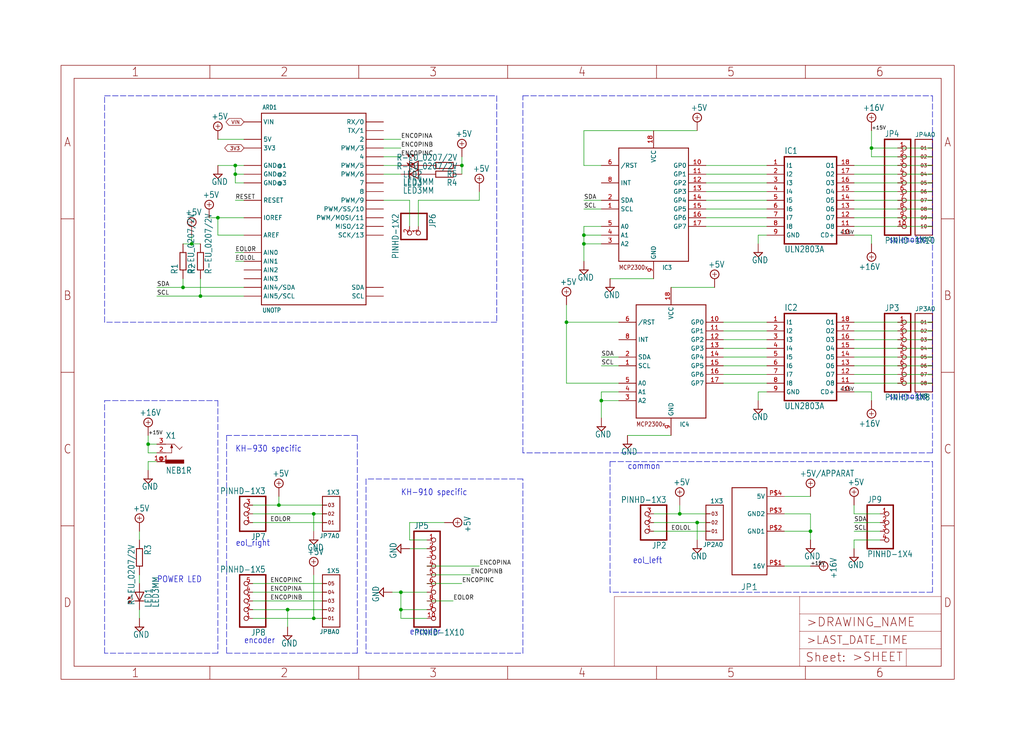
<source format=kicad_sch>
(kicad_sch (version 20211123) (generator eeschema)
  (paper "User" 298.45 217.881)
  (lib_symbols
    (symbol "arduino_shield-eagle-import:+15V" (power)
      (property "Value" "+15V" (at -2.54 3.175 0))
      (symbol "+15V_1_0"
        (pin power_in line (at 0 -2.54 90) (length 2.54) (name "+15V") (number "1"))
      )
    )
    (symbol "arduino_shield-eagle-import:+5V" (power)
      (property "Value" "+5V" (at -1.905 3.175 0))
      (symbol "+5V_1_0"
        (pin power_in line (at 0 -2.54 90) (length 2.54) (name "+5V") (number "1"))
      )
    )
    (symbol "arduino_shield-eagle-import:+5V{slash}1" (power)
      (property "Value" "+5V{slash}1" (at -3.175 3.175 0))
      (symbol "+5V{slash}1_1_0"
        (pin power_in line (at 0 -2.54 90) (length 2.54) (name "+5V/1") (number "1"))
      )
    )
    (symbol "arduino_shield-eagle-import:1X10"
      (property "Value" "1X10" (at -2.54 -14.605 0))
      (symbol "1X10_1_0"
        (text "01" (at 0 12.7 0) (effects (font (size 1.016 1.016))))
        (text "02" (at 0 10.16 0) (effects (font (size 1.016 1.016))))
        (text "03" (at 0 7.62 0) (effects (font (size 1.016 1.016))))
        (text "04" (at 0 5.08 0) (effects (font (size 1.016 1.016))))
        (text "05" (at 0 2.54 0) (effects (font (size 1.016 1.016))))
        (text "06" (at 0 0 0) (effects (font (size 1.016 1.016))))
        (text "07" (at 0 -2.54 0) (effects (font (size 1.016 1.016))))
        (text "08" (at 0 -5.08 0) (effects (font (size 1.016 1.016))))
        (text "09" (at 0 -7.62 0) (effects (font (size 1.016 1.016))))
        (text "10" (at 0 -10.16 0) (effects (font (size 1.016 1.016))))
        (pin bidirectional line (at 2.54 12.7 180) (length 0) (name "1") (number "1"))
        (pin bidirectional line (at 2.54 -10.16 180) (length 0) (name "10") (number "10"))
        (pin bidirectional line (at 2.54 10.16 180) (length 0) (name "2") (number "2"))
        (pin bidirectional line (at 2.54 7.62 180) (length 0) (name "3") (number "3"))
        (pin bidirectional line (at 2.54 5.08 180) (length 0) (name "4") (number "4"))
        (pin bidirectional line (at 2.54 2.54 180) (length 0) (name "5") (number "5"))
        (pin bidirectional line (at 2.54 0 180) (length 0) (name "6") (number "6"))
        (pin bidirectional line (at 2.54 -2.54 180) (length 0) (name "7") (number "7"))
        (pin bidirectional line (at 2.54 -5.08 180) (length 0) (name "8") (number "8"))
        (pin bidirectional line (at 2.54 -7.62 180) (length 0) (name "9") (number "9"))
      )
    )
    (symbol "arduino_shield-eagle-import:1X3"
      (property "Value" "1X3" (at -2.54 -6.985 0))
      (symbol "1X3_1_0"
        (text "01" (at 0 2.54 0) (effects (font (size 1.016 1.016))))
        (text "02" (at 0 0 0) (effects (font (size 1.016 1.016))))
        (text "03" (at 0 -2.54 0) (effects (font (size 1.016 1.016))))
        (pin bidirectional line (at 2.54 2.54 180) (length 0) (name "1") (number "1"))
        (pin bidirectional line (at 2.54 0 180) (length 0) (name "2") (number "2"))
        (pin bidirectional line (at 2.54 -2.54 180) (length 0) (name "3") (number "3"))
      )
    )
    (symbol "arduino_shield-eagle-import:1X5"
      (property "Value" "1X5" (at -2.54 -9.525 0))
      (symbol "1X5_1_0"
        (text "01" (at 0 5.08 0) (effects (font (size 1.016 1.016))))
        (text "02" (at 0 2.54 0) (effects (font (size 1.016 1.016))))
        (text "03" (at 0 0 0) (effects (font (size 1.016 1.016))))
        (text "04" (at 0 -2.54 0) (effects (font (size 1.016 1.016))))
        (text "05" (at 0 -5.08 0) (effects (font (size 1.016 1.016))))
        (pin bidirectional line (at 2.54 5.08 180) (length 0) (name "1") (number "1"))
        (pin bidirectional line (at 2.54 2.54 180) (length 0) (name "2") (number "2"))
        (pin bidirectional line (at 2.54 0 180) (length 0) (name "3") (number "3"))
        (pin bidirectional line (at 2.54 -2.54 180) (length 0) (name "4") (number "4"))
        (pin bidirectional line (at 2.54 -5.08 180) (length 0) (name "5") (number "5"))
      )
    )
    (symbol "arduino_shield-eagle-import:1X8"
      (property "Value" "1X8" (at -2.54 -12.065 0))
      (symbol "1X8_1_0"
        (text "01" (at 0 10.16 0) (effects (font (size 1.016 1.016))))
        (text "02" (at 0 7.62 0) (effects (font (size 1.016 1.016))))
        (text "03" (at 0 5.08 0) (effects (font (size 1.016 1.016))))
        (text "04" (at 0 2.54 0) (effects (font (size 1.016 1.016))))
        (text "05" (at 0 0 0) (effects (font (size 1.016 1.016))))
        (text "06" (at 0 -2.54 0) (effects (font (size 1.016 1.016))))
        (text "07" (at 0 -5.08 0) (effects (font (size 1.016 1.016))))
        (text "08" (at 0 -7.62 0) (effects (font (size 1.016 1.016))))
        (pin bidirectional line (at 2.54 10.16 180) (length 0) (name "1") (number "1"))
        (pin bidirectional line (at 2.54 7.62 180) (length 0) (name "2") (number "2"))
        (pin bidirectional line (at 2.54 5.08 180) (length 0) (name "3") (number "3"))
        (pin bidirectional line (at 2.54 2.54 180) (length 0) (name "4") (number "4"))
        (pin bidirectional line (at 2.54 0 180) (length 0) (name "5") (number "5"))
        (pin bidirectional line (at 2.54 -2.54 180) (length 0) (name "6") (number "6"))
        (pin bidirectional line (at 2.54 -5.08 180) (length 0) (name "7") (number "7"))
        (pin bidirectional line (at 2.54 -7.62 180) (length 0) (name "8") (number "8"))
      )
    )
    (symbol "arduino_shield-eagle-import:A4L-LOC"
      (symbol "A4L-LOC_1_0"
        (text "1" (at 21.6958 1.905 0) (effects (font (size 2.54 2.286))))
        (text "1" (at 21.6958 177.165 0) (effects (font (size 2.54 2.286))))
        (text "2" (at 65.0875 1.905 0) (effects (font (size 2.54 2.286))))
        (text "2" (at 65.0875 177.165 0) (effects (font (size 2.54 2.286))))
        (text "3" (at 108.4792 1.905 0) (effects (font (size 2.54 2.286))))
        (text "3" (at 108.4792 177.165 0) (effects (font (size 2.54 2.286))))
        (text "4" (at 151.8708 1.905 0) (effects (font (size 2.54 2.286))))
        (text "4" (at 151.8708 177.165 0) (effects (font (size 2.54 2.286))))
        (text "5" (at 195.2625 1.905 0) (effects (font (size 2.54 2.286))))
        (text "5" (at 195.2625 177.165 0) (effects (font (size 2.54 2.286))))
        (text "6" (at 238.6542 1.905 0) (effects (font (size 2.54 2.286))))
        (text "6" (at 238.6542 177.165 0) (effects (font (size 2.54 2.286))))
        (text ">DRAWING_NAME" (at 217.17 15.24 0) (effects (font (size 2.54 2.54)) (justify left bottom)))
        (text ">LAST_DATE_TIME" (at 217.17 10.16 0) (effects (font (size 2.286 2.286)) (justify left bottom)))
        (text ">SHEET" (at 230.505 5.08 0) (effects (font (size 2.54 2.54)) (justify left bottom)))
        (text "A" (at 1.905 156.6863 0) (effects (font (size 2.54 2.286))))
        (text "A" (at 258.445 156.6863 0) (effects (font (size 2.54 2.286))))
        (text "B" (at 1.905 111.9188 0) (effects (font (size 2.54 2.286))))
        (text "B" (at 258.445 111.9188 0) (effects (font (size 2.54 2.286))))
        (text "C" (at 1.905 67.1513 0) (effects (font (size 2.54 2.286))))
        (text "C" (at 258.445 67.1513 0) (effects (font (size 2.54 2.286))))
        (text "D" (at 1.905 22.3838 0) (effects (font (size 2.54 2.286))))
        (text "D" (at 258.445 22.3838 0) (effects (font (size 2.54 2.286))))
        (text "Sheet:" (at 216.916 4.953 0) (effects (font (size 2.54 2.54)) (justify left bottom)))
      )
    )
    (symbol "arduino_shield-eagle-import:GND" (power)
      (property "Value" "GND" (at -1.905 -3.175 0))
      (symbol "GND_1_0"
        (pin power_in line (at 0 2.54 270) (length 2.54) (name "GND") (number "1"))
      )
    )
    (symbol "arduino_shield-eagle-import:LED3MM"
      (property "Reference" "LED" (at 3.556 -4.572 90))
      (property "Value" "LED3MM" (at 5.715 -4.572 90))
      (symbol "LED3MM_1_0"
        (pin passive line (at 0 2.54 270) (length 2.54) (name "A") (number "A"))
        (pin passive line (at 0 -5.08 90) (length 2.54) (name "C") (number "K"))
      )
    )
    (symbol "arduino_shield-eagle-import:MCP2300X{slash}P"
      (property "Reference" "IC" (at 2.54 -20.32 0))
      (symbol "MCP2300X{slash}P_1_0"
        (text "MCP2300x" (at -10.16 -20.32 0) (effects (font (size 1.27 1.0795)) (justify left bottom)))
        (pin bidirectional line (at -15.24 -2.54 0) (length 5.08) (name "SCL") (number "1"))
        (pin bidirectional line (at 15.24 10.16 180) (length 5.08) (name "GP0") (number "10"))
        (pin bidirectional line (at 15.24 7.62 180) (length 5.08) (name "GP1") (number "11"))
        (pin bidirectional line (at 15.24 5.08 180) (length 5.08) (name "GP2") (number "12"))
        (pin bidirectional line (at 15.24 2.54 180) (length 5.08) (name "GP3") (number "13"))
        (pin bidirectional line (at 15.24 0 180) (length 5.08) (name "GP4") (number "14"))
        (pin bidirectional line (at 15.24 -2.54 180) (length 5.08) (name "GP5") (number "15"))
        (pin bidirectional line (at 15.24 -5.08 180) (length 5.08) (name "GP6") (number "16"))
        (pin bidirectional line (at 15.24 -7.62 180) (length 5.08) (name "GP7") (number "17"))
        (pin power_in line (at 0 20.32 270) (length 5.08) (name "VCC") (number "18"))
        (pin bidirectional line (at -15.24 0 0) (length 5.08) (name "SDA") (number "2"))
        (pin input line (at -15.24 -12.7 0) (length 5.08) (name "A2") (number "3"))
        (pin input line (at -15.24 -10.16 0) (length 5.08) (name "A1") (number "4"))
        (pin input line (at -15.24 -7.62 0) (length 5.08) (name "A0") (number "5"))
        (pin input line (at -15.24 10.16 0) (length 5.08) (name "/RST") (number "6"))
        (pin output line (at -15.24 5.08 0) (length 5.08) (name "INT") (number "8"))
        (pin power_in line (at 0 -22.86 90) (length 5.08) (name "GND") (number "9"))
      )
    )
    (symbol "arduino_shield-eagle-import:NEB1R"
      (property "Reference" "X" (at -2.54 4.064 0))
      (property "Value" "NEB1R" (at -2.54 -6.096 0))
      (symbol "NEB1R_1_0"
        (pin passive line (at -5.08 -2.54 0) (length 2.54) (name "1@1") (number "1@1"))
        (pin passive line (at -2.54 -2.54 180) (length 2.54) (name "1@2") (number "1@2"))
        (pin passive line (at -5.08 0 0) (length 2.54) (name "2") (number "2"))
        (pin passive line (at -5.08 2.54 0) (length 2.54) (name "3") (number "3"))
      )
    )
    (symbol "arduino_shield-eagle-import:PINHD-1X10"
      (property "Reference" "JP" (at -6.35 13.335 0))
      (property "Value" "PINHD-1X10" (at -6.35 -17.78 0))
      (symbol "PINHD-1X10_1_0"
        (pin passive inverted (at -2.54 10.16 0) (length 2.54) (name "1") (number "1"))
        (pin passive inverted (at -2.54 -12.7 0) (length 2.54) (name "10") (number "10"))
        (pin passive inverted (at -2.54 7.62 0) (length 2.54) (name "2") (number "2"))
        (pin passive inverted (at -2.54 5.08 0) (length 2.54) (name "3") (number "3"))
        (pin passive inverted (at -2.54 2.54 0) (length 2.54) (name "4") (number "4"))
        (pin passive inverted (at -2.54 0 0) (length 2.54) (name "5") (number "5"))
        (pin passive inverted (at -2.54 -2.54 0) (length 2.54) (name "6") (number "6"))
        (pin passive inverted (at -2.54 -5.08 0) (length 2.54) (name "7") (number "7"))
        (pin passive inverted (at -2.54 -7.62 0) (length 2.54) (name "8") (number "8"))
        (pin passive inverted (at -2.54 -10.16 0) (length 2.54) (name "9") (number "9"))
      )
    )
    (symbol "arduino_shield-eagle-import:PINHD-1X2"
      (property "Reference" "JP" (at -6.35 5.715 0))
      (property "Value" "PINHD-1X2" (at -6.35 -5.08 0))
      (symbol "PINHD-1X2_1_0"
        (pin passive inverted (at -2.54 2.54 0) (length 2.54) (name "1") (number "1"))
        (pin passive inverted (at -2.54 0 0) (length 2.54) (name "2") (number "2"))
      )
    )
    (symbol "arduino_shield-eagle-import:PINHD-1X3"
      (property "Reference" "JP" (at -6.35 5.715 0))
      (property "Value" "PINHD-1X3" (at -6.35 -7.62 0))
      (symbol "PINHD-1X3_1_0"
        (pin passive inverted (at -2.54 2.54 0) (length 2.54) (name "1") (number "1"))
        (pin passive inverted (at -2.54 0 0) (length 2.54) (name "2") (number "2"))
        (pin passive inverted (at -2.54 -2.54 0) (length 2.54) (name "3") (number "3"))
      )
    )
    (symbol "arduino_shield-eagle-import:PINHD-1X4"
      (property "Reference" "JP" (at -6.35 8.255 0))
      (property "Value" "PINHD-1X4" (at -6.35 -7.62 0))
      (symbol "PINHD-1X4_1_0"
        (pin passive inverted (at -2.54 5.08 0) (length 2.54) (name "1") (number "1"))
        (pin passive inverted (at -2.54 2.54 0) (length 2.54) (name "2") (number "2"))
        (pin passive inverted (at -2.54 0 0) (length 2.54) (name "3") (number "3"))
        (pin passive inverted (at -2.54 -2.54 0) (length 2.54) (name "4") (number "4"))
      )
    )
    (symbol "arduino_shield-eagle-import:PINHD-1X5"
      (property "Reference" "JP" (at -6.35 8.255 0))
      (property "Value" "PINHD-1X5" (at -6.35 -10.16 0))
      (symbol "PINHD-1X5_1_0"
        (pin passive inverted (at -2.54 5.08 0) (length 2.54) (name "1") (number "1"))
        (pin passive inverted (at -2.54 2.54 0) (length 2.54) (name "2") (number "2"))
        (pin passive inverted (at -2.54 0 0) (length 2.54) (name "3") (number "3"))
        (pin passive inverted (at -2.54 -2.54 0) (length 2.54) (name "4") (number "4"))
        (pin passive inverted (at -2.54 -5.08 0) (length 2.54) (name "5") (number "5"))
      )
    )
    (symbol "arduino_shield-eagle-import:PINHD-1X8"
      (property "Reference" "JP" (at -6.35 13.335 0))
      (property "Value" "PINHD-1X8" (at -6.35 -12.7 0))
      (symbol "PINHD-1X8_1_0"
        (pin passive inverted (at -2.54 10.16 0) (length 2.54) (name "1") (number "1"))
        (pin passive inverted (at -2.54 7.62 0) (length 2.54) (name "2") (number "2"))
        (pin passive inverted (at -2.54 5.08 0) (length 2.54) (name "3") (number "3"))
        (pin passive inverted (at -2.54 2.54 0) (length 2.54) (name "4") (number "4"))
        (pin passive inverted (at -2.54 0 0) (length 2.54) (name "5") (number "5"))
        (pin passive inverted (at -2.54 -2.54 0) (length 2.54) (name "6") (number "6"))
        (pin passive inverted (at -2.54 -5.08 0) (length 2.54) (name "7") (number "7"))
        (pin passive inverted (at -2.54 -7.62 0) (length 2.54) (name "8") (number "8"))
      )
    )
    (symbol "arduino_shield-eagle-import:POWERCON"
      (symbol "POWERCON_1_0"
        (pin power_in line (at -5.08 0 90) (length 5.08) (name "16V") (number "P$1"))
        (pin power_in line (at 5.08 0 90) (length 5.08) (name "GND1") (number "P$2"))
        (pin power_in line (at 10.16 0 90) (length 5.08) (name "GND2") (number "P$3"))
        (pin power_in line (at 15.24 0 90) (length 5.08) (name "5V") (number "P$4"))
      )
    )
    (symbol "arduino_shield-eagle-import:R-EU_0207{slash}2V"
      (property "Reference" "R" (at -3.81 1.4986 0))
      (property "Value" "R-EU_0207{slash}2V" (at -3.81 -3.302 0))
      (symbol "R-EU_0207{slash}2V_1_0"
        (pin passive line (at -5.08 0 0) (length 2.54) (name "1") (number "1"))
        (pin passive line (at 5.08 0 180) (length 2.54) (name "2") (number "2"))
      )
    )
    (symbol "arduino_shield-eagle-import:ULN2803A"
      (property "Reference" "IC" (at -7.62 13.462 0))
      (property "Value" "ULN2803A" (at -7.62 -15.24 0))
      (symbol "ULN2803A_1_0"
        (pin input line (at -12.7 10.16 0) (length 5.08) (name "I1") (number "1"))
        (pin passive line (at 12.7 -10.16 180) (length 5.08) (name "CD+") (number "10"))
        (pin open_collector line (at 12.7 -7.62 180) (length 5.08) (name "O8") (number "11"))
        (pin open_collector line (at 12.7 -5.08 180) (length 5.08) (name "O7") (number "12"))
        (pin open_collector line (at 12.7 -2.54 180) (length 5.08) (name "O6") (number "13"))
        (pin open_collector line (at 12.7 0 180) (length 5.08) (name "O5") (number "14"))
        (pin open_collector line (at 12.7 2.54 180) (length 5.08) (name "O4") (number "15"))
        (pin open_collector line (at 12.7 5.08 180) (length 5.08) (name "O3") (number "16"))
        (pin open_collector line (at 12.7 7.62 180) (length 5.08) (name "O2") (number "17"))
        (pin open_collector line (at 12.7 10.16 180) (length 5.08) (name "O1") (number "18"))
        (pin input line (at -12.7 7.62 0) (length 5.08) (name "I2") (number "2"))
        (pin input line (at -12.7 5.08 0) (length 5.08) (name "I3") (number "3"))
        (pin input line (at -12.7 2.54 0) (length 5.08) (name "I4") (number "4"))
        (pin input line (at -12.7 0 0) (length 5.08) (name "I5") (number "5"))
        (pin input line (at -12.7 -2.54 0) (length 5.08) (name "I6") (number "6"))
        (pin input line (at -12.7 -5.08 0) (length 5.08) (name "I7") (number "7"))
        (pin input line (at -12.7 -7.62 0) (length 5.08) (name "I8") (number "8"))
        (pin power_in line (at -12.7 -10.16 0) (length 5.08) (name "GND") (number "9"))
      )
    )
    (symbol "arduino_shield-eagle-import:UNOTP"
      (property "Reference" "ARD" (at -14.986 28.956 0))
      (property "Value" "UNOTP" (at -14.986 -30.226 0))
      (symbol "UNOTP_1_0"
        (pin bidirectional line (at 20.32 25.4 180) (length 5.08) (name "RX/0") (number "0"))
        (pin bidirectional line (at 20.32 22.86 180) (length 5.08) (name "TX/1") (number "1"))
        (pin bidirectional line (at 20.32 0 180) (length 5.08) (name "PWM/SS/10") (number "10"))
        (pin bidirectional line (at 20.32 -2.54 180) (length 5.08) (name "PWM/MOSI/11") (number "11"))
        (pin bidirectional line (at 20.32 -5.08 180) (length 5.08) (name "MISO/12") (number "12"))
        (pin bidirectional line (at 20.32 -7.62 180) (length 5.08) (name "SCK/13") (number "13"))
        (pin bidirectional line (at 20.32 20.32 180) (length 5.08) (name "2") (number "2"))
        (pin bidirectional line (at 20.32 17.78 180) (length 5.08) (name "PWM/3") (number "3"))
        (pin power_in line (at -20.32 17.78 0) (length 5.08) (name "3V3") (number "3V3"))
        (pin bidirectional line (at 20.32 15.24 180) (length 5.08) (name "4") (number "4"))
        (pin bidirectional line (at 20.32 12.7 180) (length 5.08) (name "PWM/5") (number "5"))
        (pin power_in line (at -20.32 20.32 0) (length 5.08) (name "5V") (number "5V"))
        (pin bidirectional line (at 20.32 10.16 180) (length 5.08) (name "PWM/6") (number "6"))
        (pin bidirectional line (at 20.32 7.62 180) (length 5.08) (name "7") (number "7"))
        (pin bidirectional line (at 20.32 5.08 180) (length 5.08) (name "8") (number "8"))
        (pin bidirectional line (at 20.32 2.54 180) (length 5.08) (name "PWM/9") (number "9"))
        (pin bidirectional line (at -20.32 -12.7 0) (length 5.08) (name "AIN0") (number "AIN0"))
        (pin bidirectional line (at -20.32 -15.24 0) (length 5.08) (name "AIN1") (number "AIN1"))
        (pin bidirectional line (at -20.32 -17.78 0) (length 5.08) (name "AIN2") (number "AIN2"))
        (pin bidirectional line (at -20.32 -20.32 0) (length 5.08) (name "AIN3") (number "AIN3"))
        (pin bidirectional line (at -20.32 -22.86 0) (length 5.08) (name "AIN4/SDA") (number "AIN4"))
        (pin bidirectional line (at -20.32 -25.4 0) (length 5.08) (name "AIN5/SCL") (number "AIN5"))
        (pin power_in line (at -20.32 -7.62 0) (length 5.08) (name "AREF") (number "AREF"))
        (pin power_in line (at -20.32 12.7 0) (length 5.08) (name "GND@1") (number "GND@1"))
        (pin power_in line (at -20.32 10.16 0) (length 5.08) (name "GND@2") (number "GND@2"))
        (pin power_in line (at -20.32 7.62 0) (length 5.08) (name "GND@3") (number "GND@3"))
        (pin power_in line (at -20.32 -2.54 0) (length 5.08) (name "IOREF") (number "IOREF"))
        (pin bidirectional line (at -20.32 2.54 0) (length 5.08) (name "RESET") (number "RST"))
        (pin bidirectional line (at 20.32 -25.4 180) (length 5.08) (name "SCL") (number "SCL"))
        (pin bidirectional line (at 20.32 -22.86 180) (length 5.08) (name "SDA") (number "SDA"))
        (pin power_in line (at -20.32 25.4 0) (length 5.08) (name "VIN") (number "VIN"))
      )
    )
  )
  (junction (at 63.5 63.5))
  (junction (at 53.34 83.82))
  (junction (at 134.62 48.26))
  (junction (at 165.1 93.98))
  (junction (at 175.26 116.84))
  (junction (at 81.28 147.32))
  (junction (at 236.22 154.94))
  (junction (at 116.84 172.72))
  (junction (at 55.88 71.12))
  (junction (at 170.18 68.58))
  (junction (at 116.84 177.8))
  (junction (at 68.58 50.8))
  (junction (at 83.82 177.8))
  (junction (at 58.42 86.36))
  (junction (at 43.18 129.54))
  (junction (at 198.12 149.86))
  (junction (at 203.2 152.4))
  (junction (at 91.44 180.34))
  (junction (at 68.58 48.26))
  (junction (at 91.44 149.86))
  (junction (at 254 43.18))
  (junction (at 170.18 71.12))
  (polyline (pts (xy 66.04 127) (xy 66.04 190.5)))
  (wire (pts (xy 248.92 96.52) (xy 261.62 96.52)))
  (wire (pts (xy 223.52 58.42) (xy 205.74 58.42)))
  (wire (pts (xy 177.8 81.28) (xy 190.5 81.28)))
  (wire (pts (xy 210.82 99.06) (xy 223.52 99.06)))
  (wire (pts (xy 271.78 50.8) (xy 261.62 50.8)))
  (wire (pts (xy 119.38 157.48) (xy 119.38 152.4)))
  (wire (pts (xy 40.64 177.8) (xy 40.64 180.34)))
  (wire (pts (xy 261.62 58.42) (xy 248.92 58.42)))
  (wire (pts (xy 248.92 106.68) (xy 261.62 106.68)))
  (wire (pts (xy 271.78 99.06) (xy 261.62 99.06)))
  (wire (pts (xy 271.78 66.04) (xy 261.62 66.04)))
  (wire (pts (xy 205.74 154.94) (xy 190.5 154.94)))
  (wire (pts (xy 180.34 114.3) (xy 175.26 114.3)))
  (wire (pts (xy 271.78 111.76) (xy 261.62 111.76)))
  (wire (pts (xy 71.12 68.58) (xy 63.5 68.58)))
  (wire (pts (xy 43.18 129.54) (xy 45.72 129.54)))
  (wire (pts (xy 53.34 81.28) (xy 53.34 83.82)))
  (wire (pts (xy 180.34 106.68) (xy 175.26 106.68)))
  (wire (pts (xy 203.2 152.4) (xy 203.2 157.48)))
  (polyline (pts (xy 63.5 116.84) (xy 63.5 190.5)))
  (wire (pts (xy 223.52 101.6) (xy 210.82 101.6)))
  (polyline (pts (xy 106.68 139.7) (xy 106.68 190.5)))
  (wire (pts (xy 63.5 68.58) (xy 63.5 63.5)))
  (wire (pts (xy 248.92 68.58) (xy 254 68.58)))
  (wire (pts (xy 254 68.58) (xy 254 71.12)))
  (wire (pts (xy 40.64 170.18) (xy 40.64 167.64)))
  (wire (pts (xy 71.12 76.2) (xy 68.58 76.2)))
  (polyline (pts (xy 271.78 134.62) (xy 271.78 172.72)))
  (wire (pts (xy 205.74 55.88) (xy 223.52 55.88)))
  (wire (pts (xy 271.78 96.52) (xy 261.62 96.52)))
  (wire (pts (xy 124.46 167.64) (xy 137.16 167.64)))
  (wire (pts (xy 93.98 175.26) (xy 73.66 175.26)))
  (wire (pts (xy 261.62 109.22) (xy 248.92 109.22)))
  (wire (pts (xy 236.22 165.1) (xy 228.6 165.1)))
  (wire (pts (xy 190.5 38.1) (xy 203.2 38.1)))
  (wire (pts (xy 256.54 149.86) (xy 248.92 149.86)))
  (polyline (pts (xy 30.48 27.94) (xy 144.78 27.94)))
  (wire (pts (xy 73.66 152.4) (xy 93.98 152.4)))
  (wire (pts (xy 271.78 53.34) (xy 261.62 53.34)))
  (wire (pts (xy 71.12 86.36) (xy 58.42 86.36)))
  (wire (pts (xy 208.28 83.82) (xy 195.58 83.82)))
  (wire (pts (xy 71.12 53.34) (xy 68.58 53.34)))
  (wire (pts (xy 248.92 55.88) (xy 261.62 55.88)))
  (polyline (pts (xy 30.48 190.5) (xy 30.48 116.84)))
  (wire (pts (xy 271.78 58.42) (xy 261.62 58.42)))
  (wire (pts (xy 254 43.18) (xy 254 45.72)))
  (wire (pts (xy 271.78 55.88) (xy 261.62 55.88)))
  (wire (pts (xy 71.12 48.26) (xy 68.58 48.26)))
  (wire (pts (xy 175.26 71.12) (xy 170.18 71.12)))
  (wire (pts (xy 190.5 38.1) (xy 170.18 38.1)))
  (polyline (pts (xy 152.4 139.7) (xy 106.68 139.7)))
  (wire (pts (xy 165.1 93.98) (xy 165.1 111.76)))
  (wire (pts (xy 170.18 38.1) (xy 170.18 48.26)))
  (wire (pts (xy 124.46 177.8) (xy 116.84 177.8)))
  (wire (pts (xy 43.18 127) (xy 43.18 129.54)))
  (wire (pts (xy 210.82 109.22) (xy 223.52 109.22)))
  (wire (pts (xy 111.76 43.18) (xy 116.84 43.18)))
  (wire (pts (xy 271.78 48.26) (xy 261.62 48.26)))
  (wire (pts (xy 111.76 48.26) (xy 116.84 48.26)))
  (wire (pts (xy 223.52 96.52) (xy 210.82 96.52)))
  (wire (pts (xy 256.54 154.94) (xy 248.92 154.94)))
  (wire (pts (xy 58.42 86.36) (xy 45.72 86.36)))
  (wire (pts (xy 58.42 81.28) (xy 58.42 86.36)))
  (wire (pts (xy 116.84 180.34) (xy 124.46 180.34)))
  (wire (pts (xy 248.92 101.6) (xy 261.62 101.6)))
  (wire (pts (xy 271.78 104.14) (xy 261.62 104.14)))
  (polyline (pts (xy 177.8 172.72) (xy 177.8 134.62)))
  (wire (pts (xy 170.18 71.12) (xy 170.18 76.2)))
  (wire (pts (xy 119.38 152.4) (xy 129.54 152.4)))
  (wire (pts (xy 261.62 48.26) (xy 248.92 48.26)))
  (wire (pts (xy 261.62 63.5) (xy 248.92 63.5)))
  (wire (pts (xy 45.72 132.08) (xy 43.18 132.08)))
  (wire (pts (xy 165.1 88.9) (xy 165.1 93.98)))
  (wire (pts (xy 55.88 71.12) (xy 53.34 71.12)))
  (wire (pts (xy 93.98 147.32) (xy 81.28 147.32)))
  (wire (pts (xy 198.12 149.86) (xy 198.12 147.32)))
  (wire (pts (xy 73.66 147.32) (xy 81.28 147.32)))
  (wire (pts (xy 170.18 66.04) (xy 170.18 68.58)))
  (wire (pts (xy 271.78 60.96) (xy 261.62 60.96)))
  (wire (pts (xy 223.52 53.34) (xy 205.74 53.34)))
  (polyline (pts (xy 63.5 190.5) (xy 30.48 190.5)))
  (wire (pts (xy 271.78 101.6) (xy 261.62 101.6)))
  (wire (pts (xy 271.78 43.18) (xy 261.62 43.18)))
  (wire (pts (xy 45.72 134.62) (xy 43.18 134.62)))
  (wire (pts (xy 93.98 177.8) (xy 83.82 177.8)))
  (wire (pts (xy 210.82 111.76) (xy 223.52 111.76)))
  (wire (pts (xy 71.12 83.82) (xy 53.34 83.82)))
  (wire (pts (xy 261.62 53.34) (xy 248.92 53.34)))
  (wire (pts (xy 71.12 73.66) (xy 68.58 73.66)))
  (polyline (pts (xy 144.78 27.94) (xy 144.78 93.98)))
  (wire (pts (xy 205.74 149.86) (xy 198.12 149.86)))
  (wire (pts (xy 248.92 93.98) (xy 261.62 93.98)))
  (wire (pts (xy 180.34 104.14) (xy 175.26 104.14)))
  (wire (pts (xy 254 114.3) (xy 254 116.84)))
  (polyline (pts (xy 271.78 132.08) (xy 152.4 132.08)))
  (wire (pts (xy 91.44 149.86) (xy 93.98 149.86)))
  (wire (pts (xy 111.76 45.72) (xy 116.84 45.72)))
  (wire (pts (xy 261.62 43.18) (xy 254 43.18)))
  (wire (pts (xy 205.74 50.8) (xy 223.52 50.8)))
  (wire (pts (xy 271.78 109.22) (xy 261.62 109.22)))
  (polyline (pts (xy 177.8 134.62) (xy 271.78 134.62)))
  (wire (pts (xy 175.26 60.96) (xy 170.18 60.96)))
  (wire (pts (xy 205.74 66.04) (xy 223.52 66.04)))
  (wire (pts (xy 236.22 149.86) (xy 236.22 154.94)))
  (wire (pts (xy 165.1 111.76) (xy 180.34 111.76)))
  (polyline (pts (xy 30.48 93.98) (xy 30.48 27.94)))
  (wire (pts (xy 205.74 60.96) (xy 223.52 60.96)))
  (wire (pts (xy 175.26 114.3) (xy 175.26 116.84)))
  (wire (pts (xy 210.82 104.14) (xy 223.52 104.14)))
  (wire (pts (xy 73.66 170.18) (xy 93.98 170.18)))
  (wire (pts (xy 256.54 157.48) (xy 248.92 157.48)))
  (wire (pts (xy 124.46 165.1) (xy 139.7 165.1)))
  (wire (pts (xy 248.92 149.86) (xy 248.92 147.32)))
  (wire (pts (xy 73.66 172.72) (xy 93.98 172.72)))
  (wire (pts (xy 248.92 50.8) (xy 261.62 50.8)))
  (wire (pts (xy 124.46 170.18) (xy 134.62 170.18)))
  (wire (pts (xy 248.92 99.06) (xy 261.62 99.06)))
  (wire (pts (xy 58.42 71.12) (xy 55.88 71.12)))
  (wire (pts (xy 68.58 48.26) (xy 68.58 50.8)))
  (polyline (pts (xy 30.48 116.84) (xy 63.5 116.84)))
  (wire (pts (xy 121.92 58.42) (xy 139.7 58.42)))
  (wire (pts (xy 248.92 111.76) (xy 261.62 111.76)))
  (wire (pts (xy 121.92 58.42) (xy 121.92 66.04)))
  (wire (pts (xy 63.5 63.5) (xy 60.96 63.5)))
  (wire (pts (xy 71.12 58.42) (xy 68.58 58.42)))
  (wire (pts (xy 91.44 180.34) (xy 73.66 180.34)))
  (wire (pts (xy 248.92 114.3) (xy 254 114.3)))
  (wire (pts (xy 175.26 116.84) (xy 175.26 121.92)))
  (wire (pts (xy 116.84 172.72) (xy 114.3 172.72)))
  (wire (pts (xy 220.98 114.3) (xy 220.98 116.84)))
  (wire (pts (xy 68.58 50.8) (xy 68.58 53.34)))
  (wire (pts (xy 271.78 63.5) (xy 261.62 63.5)))
  (wire (pts (xy 43.18 134.62) (xy 43.18 137.16)))
  (wire (pts (xy 220.98 68.58) (xy 220.98 71.12)))
  (wire (pts (xy 228.6 149.86) (xy 236.22 149.86)))
  (wire (pts (xy 175.26 68.58) (xy 170.18 68.58)))
  (wire (pts (xy 116.84 177.8) (xy 116.84 180.34)))
  (wire (pts (xy 71.12 63.5) (xy 63.5 63.5)))
  (polyline (pts (xy 104.14 190.5) (xy 104.14 127)))
  (wire (pts (xy 71.12 50.8) (xy 68.58 50.8)))
  (wire (pts (xy 111.76 58.42) (xy 119.38 58.42)))
  (wire (pts (xy 116.84 177.8) (xy 116.84 172.72)))
  (wire (pts (xy 223.52 68.58) (xy 220.98 68.58)))
  (wire (pts (xy 256.54 152.4) (xy 248.92 152.4)))
  (polyline (pts (xy 152.4 27.94) (xy 271.78 27.94)))
  (polyline (pts (xy 271.78 172.72) (xy 177.8 172.72)))
  (wire (pts (xy 271.78 106.68) (xy 261.62 106.68)))
  (wire (pts (xy 223.52 63.5) (xy 205.74 63.5)))
  (polyline (pts (xy 152.4 190.5) (xy 152.4 139.7)))
  (wire (pts (xy 83.82 177.8) (xy 73.66 177.8)))
  (wire (pts (xy 190.5 149.86) (xy 198.12 149.86)))
  (wire (pts (xy 73.66 149.86) (xy 91.44 149.86)))
  (wire (pts (xy 119.38 58.42) (xy 119.38 66.04)))
  (wire (pts (xy 124.46 160.02) (xy 119.38 160.02)))
  (wire (pts (xy 139.7 58.42) (xy 139.7 55.88)))
  (wire (pts (xy 236.22 157.48) (xy 236.22 154.94)))
  (wire (pts (xy 180.34 116.84) (xy 175.26 116.84)))
  (wire (pts (xy 124.46 172.72) (xy 116.84 172.72)))
  (wire (pts (xy 55.88 68.58) (xy 55.88 71.12)))
  (wire (pts (xy 71.12 40.64) (xy 63.5 40.64)))
  (wire (pts (xy 254 38.1) (xy 254 43.18)))
  (wire (pts (xy 175.26 66.04) (xy 170.18 66.04)))
  (wire (pts (xy 124.46 157.48) (xy 119.38 157.48)))
  (polyline (pts (xy 104.14 127) (xy 66.04 127)))
  (wire (pts (xy 134.62 48.26) (xy 134.62 50.8)))
  (wire (pts (xy 40.64 157.48) (xy 40.64 154.94)))
  (wire (pts (xy 271.78 45.72) (xy 261.62 45.72)))
  (wire (pts (xy 53.34 83.82) (xy 45.72 83.82)))
  (wire (pts (xy 203.2 152.4) (xy 205.74 152.4)))
  (polyline (pts (xy 66.04 190.5) (xy 104.14 190.5)))
  (wire (pts (xy 124.46 175.26) (xy 132.08 175.26)))
  (wire (pts (xy 190.5 152.4) (xy 203.2 152.4)))
  (wire (pts (xy 223.52 48.26) (xy 205.74 48.26)))
  (wire (pts (xy 228.6 154.94) (xy 236.22 154.94)))
  (wire (pts (xy 248.92 66.04) (xy 261.62 66.04)))
  (wire (pts (xy 223.52 114.3) (xy 220.98 114.3)))
  (polyline (pts (xy 144.78 93.98) (xy 30.48 93.98)))
  (wire (pts (xy 248.92 60.96) (xy 261.62 60.96)))
  (wire (pts (xy 254 45.72) (xy 261.62 45.72)))
  (wire (pts (xy 271.78 93.98) (xy 261.62 93.98)))
  (wire (pts (xy 170.18 68.58) (xy 170.18 71.12)))
  (wire (pts (xy 236.22 144.78) (xy 228.6 144.78)))
  (wire (pts (xy 91.44 167.64) (xy 91.44 180.34)))
  (wire (pts (xy 134.62 45.72) (xy 134.62 48.26)))
  (wire (pts (xy 91.44 154.94) (xy 91.44 149.86)))
  (wire (pts (xy 83.82 182.88) (xy 83.82 177.8)))
  (wire (pts (xy 182.88 127) (xy 195.58 127)))
  (wire (pts (xy 180.34 93.98) (xy 165.1 93.98)))
  (wire (pts (xy 111.76 40.64) (xy 116.84 40.64)))
  (wire (pts (xy 93.98 180.34) (xy 91.44 180.34)))
  (wire (pts (xy 210.82 93.98) (xy 223.52 93.98)))
  (wire (pts (xy 248.92 157.48) (xy 248.92 160.02)))
  (polyline (pts (xy 106.68 190.5) (xy 152.4 190.5)))
  (polyline (pts (xy 152.4 132.08) (xy 152.4 27.94)))
  (wire (pts (xy 63.5 48.26) (xy 68.58 48.26)))
  (wire (pts (xy 170.18 48.26) (xy 175.26 48.26)))
  (wire (pts (xy 111.76 50.8) (xy 116.84 50.8)))
  (wire (pts (xy 223.52 106.68) (xy 210.82 106.68)))
  (wire (pts (xy 261.62 104.14) (xy 248.92 104.14)))
  (polyline (pts (xy 271.78 27.94) (xy 271.78 132.08)))
  (wire (pts (xy 175.26 58.42) (xy 170.18 58.42)))
  (wire (pts (xy 81.28 147.32) (xy 81.28 144.78)))
  (wire (pts (xy 43.18 132.08) (xy 43.18 129.54)))
  (text "KH-910 specific" (at 116.84 144.78 180) (effects (font (size 1.778 1.5113)) (justify left bottom)))
  (text "solenoids" (at 259.08 71.12 180) (effects (font (size 1.778 1.5113)) (justify left bottom)))
  (text "encoder" (at 71.12 187.96 180) (effects (font (size 1.778 1.5113)) (justify left bottom)))
  (text "eol_right" (at 78.74 157.48 180) (effects (font (size 1.778 1.5113)) (justify right top)))
  (text "encoder" (at 119.38 185.42 180) (effects (font (size 1.778 1.5113)) (justify left bottom)))
  (text "eol_left" (at 193.04 162.56 180) (effects (font (size 1.778 1.5113)) (justify right top)))
  (text "common" (at 182.88 137.16 180) (effects (font (size 1.778 1.5113)) (justify left bottom)))
  (text "KH-930 specific" (at 68.58 132.08 180) (effects (font (size 1.778 1.5113)) (justify left bottom)))
  (text "solenoids" (at 259.08 116.84 180) (effects (font (size 1.778 1.5113)) (justify left bottom)))
  (text "POWER LED" (at 45.72 170.18 180) (effects (font (size 1.778 1.5113)) (justify left bottom)))
  (label "ENC0PINB" (at 78.74 175.26 0) (effects (font (size 1.2446 1.2446))))
  (label "ENC0PINB" (at 116.84 43.18 0) (effects (font (size 1.2446 1.2446))))
  (label "ENC0PINB" (at 137.16 167.64 0) (effects (font (size 1.2446 1.2446))))
  (label "EOL0R" (at 78.74 152.4 0) (effects (font (size 1.2446 1.2446))))
  (label "RESET" (at 68.58 58.42 0) (effects (font (size 1.2446 1.2446))))
  (label "ENC0PINC" (at 116.84 45.72 0) (effects (font (size 1.2446 1.2446))))
  (label "SDA" (at 45.72 83.82 0) (effects (font (size 1.2446 1.2446))))
  (label "EOL0R" (at 132.08 175.26 0) (effects (font (size 1.2446 1.2446))))
  (label "EOL0L" (at 195.58 154.94 0) (effects (font (size 1.2446 1.2446))))
  (label "ENC0PINA" (at 139.7 165.1 0) (effects (font (size 1.2446 1.2446))))
  (label "ENC0PINC" (at 134.62 170.18 0) (effects (font (size 1.2446 1.2446))))
  (label "ENC0PINA" (at 116.84 40.64 0) (effects (font (size 1.2446 1.2446))))
  (label "+15V" (at 248.92 114.3 180) (effects (font (size 1.016 1.016))))
  (label "+15V" (at 254 38.1 0) (effects (font (size 1.016 1.016))))
  (label "ENC0PINA" (at 78.74 172.72 0) (effects (font (size 1.2446 1.2446))))
  (label "SCL" (at 170.18 60.96 0) (effects (font (size 1.2446 1.2446))))
  (label "EOL0R" (at 68.58 73.66 0) (effects (font (size 1.2446 1.2446))))
  (label "+15V" (at 236.22 165.1 0) (effects (font (size 1.016 1.016))))
  (label "+15V" (at 43.18 127 0) (effects (font (size 1.016 1.016))))
  (label "SCL" (at 248.92 154.94 0) (effects (font (size 1.2446 1.2446))))
  (label "SCL" (at 45.72 86.36 0) (effects (font (size 1.2446 1.2446))))
  (label "ENC0PINC" (at 78.74 170.18 0) (effects (font (size 1.2446 1.2446))))
  (label "SCL" (at 175.26 106.68 0) (effects (font (size 1.2446 1.2446))))
  (label "SDA" (at 170.18 58.42 0) (effects (font (size 1.2446 1.2446))))
  (label "EOL0L" (at 68.58 76.2 0) (effects (font (size 1.2446 1.2446))))
  (label "SDA" (at 248.92 152.4 0) (effects (font (size 1.2446 1.2446))))
  (label "SDA" (at 175.26 104.14 0) (effects (font (size 1.2446 1.2446))))
  (label "+15V" (at 248.92 68.58 180) (effects (font (size 1.016 1.016))))
  (global_label "VIN" (shape bidirectional) (at 71.12 35.56 180) (effects (font (size 1.016 1.016))) (property "Intersheet References" "${INTERSHEET_REFS}" (effects hide)))
  (global_label "3V3" (shape bidirectional) (at 71.12 43.18 180) (effects (font (size 1.016 1.016))) (property "Intersheet References" "${INTERSHEET_REFS}" (effects hide)))
  (symbol (lib_id "arduino_shield-eagle-import:GND") (at 177.8 83.82 0) (unit 1)
    (property "Reference" "#SUPPLY33" (effects hide))
    (property "Value" "GND" (at 175.895 86.995 0) (effects (font (size 1.778 1.5113)) (justify left bottom)))
    (property "Footprint" "arduino_shield:" (effects hide))
  )
  (symbol (lib_id "arduino_shield-eagle-import:PINHD-1X8") (at 264.16 104.14 0) (unit 1)
    (property "Reference" "JP3" (at 257.81 90.805 0) (effects (font (size 1.778 1.5113)) (justify left bottom)))
    (property "Value" "PINHD-1X8" (at 257.81 116.84 0) (effects (font (size 1.778 1.5113)) (justify left bottom)))
    (property "Footprint" "arduino_shield:1X08" (effects hide))
  )
  (symbol (lib_id "arduino_shield-eagle-import:R-EU_0207{slash}2V") (at 129.54 50.8 180) (unit 1)
    (property "Reference" "R4" (at 133.35 52.2986 0) (effects (font (size 1.778 1.5113)) (justify left bottom)))
    (property "Value" "R-EU_0207{slash}2V" (at 133.35 47.498 0) (effects (font (size 1.778 1.5113)) (justify left bottom)))
    (property "Footprint" "arduino_shield:0207_2V" (effects hide))
  )
  (symbol (lib_id "arduino_shield-eagle-import:+5V") (at 132.08 152.4 270) (unit 1)
    (property "Reference" "#SUPPLY11" (effects hide))
    (property "Value" "+5V" (at 135.255 150.495 0) (effects (font (size 1.778 1.5113)) (justify left bottom)))
    (property "Footprint" "arduino_shield:" (effects hide))
  )
  (symbol (lib_id "arduino_shield-eagle-import:PINHD-1X3") (at 187.96 152.4 180) (unit 1)
    (property "Reference" "JP2" (at 194.31 158.115 0) (effects (font (size 1.778 1.5113)) (justify left bottom)))
    (property "Value" "PINHD-1X3" (at 194.31 144.78 0) (effects (font (size 1.778 1.5113)) (justify left bottom)))
    (property "Footprint" "arduino_shield:1X03" (effects hide))
  )
  (symbol (lib_id "arduino_shield-eagle-import:+15V") (at 254 73.66 180) (unit 1)
    (property "Reference" "#SUPPLY7" (effects hide))
    (property "Value" "+16V" (at 256.54 76.835 0) (effects (font (size 1.778 1.5113)) (justify left bottom)))
    (property "Footprint" "arduino_shield:" (effects hide))
  )
  (symbol (lib_id "arduino_shield-eagle-import:GND") (at 63.5 50.8 0) (unit 1)
    (property "Reference" "#SUPPLY2" (effects hide))
    (property "Value" "GND" (at 61.595 53.975 0) (effects (font (size 1.778 1.5113)) (justify left bottom)))
    (property "Footprint" "arduino_shield:" (effects hide))
  )
  (symbol (lib_id "arduino_shield-eagle-import:PINHD-1X3") (at 71.12 149.86 180) (unit 1)
    (property "Reference" "JP7" (at 77.47 155.575 0) (effects (font (size 1.778 1.5113)) (justify left bottom)))
    (property "Value" "PINHD-1X3" (at 77.47 142.24 0) (effects (font (size 1.778 1.5113)) (justify left bottom)))
    (property "Footprint" "arduino_shield:1X03" (effects hide))
  )
  (symbol (lib_id "arduino_shield-eagle-import:PINHD-1X10") (at 264.16 53.34 0) (unit 1)
    (property "Reference" "JP4" (at 257.81 40.005 0) (effects (font (size 1.778 1.5113)) (justify left bottom)))
    (property "Value" "PINHD-1X10" (at 257.81 71.12 0) (effects (font (size 1.778 1.5113)) (justify left bottom)))
    (property "Footprint" "arduino_shield:1X10" (effects hide))
  )
  (symbol (lib_id "arduino_shield-eagle-import:+15V") (at 254 35.56 0) (unit 1)
    (property "Reference" "#SUPPLY6" (effects hide))
    (property "Value" "+16V" (at 251.46 32.385 0) (effects (font (size 1.778 1.5113)) (justify left bottom)))
    (property "Footprint" "arduino_shield:" (effects hide))
  )
  (symbol (lib_id "arduino_shield-eagle-import:NEB1R") (at 50.8 132.08 0) (unit 1)
    (property "Reference" "X1" (at 48.26 128.016 0) (effects (font (size 1.778 1.5113)) (justify left bottom)))
    (property "Value" "NEB1R" (at 48.26 138.176 0) (effects (font (size 1.778 1.5113)) (justify left bottom)))
    (property "Footprint" "arduino_shield:NEB1R" (effects hide))
  )
  (symbol (lib_id "arduino_shield-eagle-import:GND") (at 175.26 124.46 0) (unit 1)
    (property "Reference" "#SUPPLY8" (effects hide))
    (property "Value" "GND" (at 173.355 127.635 0) (effects (font (size 1.778 1.5113)) (justify left bottom)))
    (property "Footprint" "arduino_shield:" (effects hide))
  )
  (symbol (lib_id "arduino_shield-eagle-import:+5V") (at 91.44 165.1 0) (unit 1)
    (property "Reference" "#SUPPLY30" (effects hide))
    (property "Value" "+5V" (at 89.535 161.925 0) (effects (font (size 1.778 1.5113)) (justify left bottom)))
    (property "Footprint" "arduino_shield:" (effects hide))
  )
  (symbol (lib_id "arduino_shield-eagle-import:LED3MM") (at 121.92 50.8 270) (unit 1)
    (property "Reference" "LED3" (at 117.348 54.356 90) (effects (font (size 1.778 1.5113)) (justify left bottom)))
    (property "Value" "LED3MM" (at 117.348 56.515 90) (effects (font (size 1.778 1.5113)) (justify left bottom)))
    (property "Footprint" "arduino_shield:LED3MM" (effects hide))
  )
  (symbol (lib_id "arduino_shield-eagle-import:R-EU_0207{slash}2V") (at 129.54 48.26 180) (unit 1)
    (property "Reference" "R5" (at 133.35 49.7586 0) (effects (font (size 1.778 1.5113)) (justify left bottom)))
    (property "Value" "R-EU_0207{slash}2V" (at 133.35 44.958 0) (effects (font (size 1.778 1.5113)) (justify left bottom)))
    (property "Footprint" "arduino_shield:0207_2V" (effects hide))
  )
  (symbol (lib_id "arduino_shield-eagle-import:GND") (at 83.82 185.42 0) (unit 1)
    (property "Reference" "#SUPPLY31" (effects hide))
    (property "Value" "GND" (at 81.915 188.595 0) (effects (font (size 1.778 1.5113)) (justify left bottom)))
    (property "Footprint" "arduino_shield:" (effects hide))
  )
  (symbol (lib_id "arduino_shield-eagle-import:R-EU_0207{slash}2V") (at 58.42 76.2 90) (unit 1)
    (property "Reference" "R2" (at 56.9214 80.01 0) (effects (font (size 1.778 1.5113)) (justify left bottom)))
    (property "Value" "R-EU_0207{slash}2V" (at 61.722 80.01 0) (effects (font (size 1.778 1.5113)) (justify left bottom)))
    (property "Footprint" "arduino_shield:0207_2V" (effects hide))
  )
  (symbol (lib_id "arduino_shield-eagle-import:+5V") (at 134.62 43.18 0) (unit 1)
    (property "Reference" "#SUPPLY26" (effects hide))
    (property "Value" "+5V" (at 132.715 40.005 0) (effects (font (size 1.778 1.5113)) (justify left bottom)))
    (property "Footprint" "arduino_shield:" (effects hide))
  )
  (symbol (lib_id "arduino_shield-eagle-import:+5V") (at 165.1 86.36 0) (unit 1)
    (property "Reference" "#SUPPLY25" (effects hide))
    (property "Value" "+5V" (at 163.195 83.185 0) (effects (font (size 1.778 1.5113)) (justify left bottom)))
    (property "Footprint" "arduino_shield:" (effects hide))
  )
  (symbol (lib_id "arduino_shield-eagle-import:GND") (at 111.76 172.72 270) (unit 1)
    (property "Reference" "#SUPPLY19" (effects hide))
    (property "Value" "GND" (at 108.585 170.815 0) (effects (font (size 1.778 1.5113)) (justify left bottom)))
    (property "Footprint" "arduino_shield:" (effects hide))
  )
  (symbol (lib_id "arduino_shield-eagle-import:+5V") (at 248.92 144.78 0) (unit 1)
    (property "Reference" "#SUPPLY34" (effects hide))
    (property "Value" "+5V" (at 247.015 141.605 0) (effects (font (size 1.778 1.5113)) (justify left bottom)))
    (property "Footprint" "arduino_shield:" (effects hide))
  )
  (symbol (lib_id "arduino_shield-eagle-import:+5V") (at 198.12 144.78 0) (unit 1)
    (property "Reference" "#SUPPLY16" (effects hide))
    (property "Value" "+5V" (at 196.215 141.605 0) (effects (font (size 1.778 1.5113)) (justify left bottom)))
    (property "Footprint" "arduino_shield:" (effects hide))
  )
  (symbol (lib_id "arduino_shield-eagle-import:A4L-LOC") (at 17.78 198.12 0) (unit 1)
    (property "Reference" "#FRAME1" (effects hide))
    (property "Value" "A4L-LOC" (effects hide))
    (property "Footprint" "arduino_shield:" (effects hide))
  )
  (symbol (lib_id "arduino_shield-eagle-import:GND") (at 203.2 160.02 0) (unit 1)
    (property "Reference" "#SUPPLY18" (effects hide))
    (property "Value" "GND" (at 201.295 163.195 0) (effects (font (size 1.778 1.5113)) (justify left bottom)))
    (property "Footprint" "arduino_shield:" (effects hide))
  )
  (symbol (lib_id "arduino_shield-eagle-import:+15V") (at 43.18 124.46 0) (unit 1)
    (property "Reference" "#SUPPLY36" (effects hide))
    (property "Value" "+16V" (at 40.64 121.285 0) (effects (font (size 1.778 1.5113)) (justify left bottom)))
    (property "Footprint" "arduino_shield:" (effects hide))
  )
  (symbol (lib_id "arduino_shield-eagle-import:1X5") (at 96.52 175.26 180) (unit 1)
    (property "Reference" "JP8A0" (at 99.06 183.515 0) (effects (justify left bottom)))
    (property "Value" "1X5" (at 99.06 165.735 0) (effects (justify left bottom)))
    (property "Footprint" "arduino_shield:1X5" (effects hide))
  )
  (symbol (lib_id "arduino_shield-eagle-import:ULN2803A") (at 236.22 104.14 0) (unit 1)
    (property "Reference" "IC2" (at 228.6 90.678 0) (effects (font (size 1.778 1.5113)) (justify left bottom)))
    (property "Value" "ULN2803A" (at 228.6 119.38 0) (effects (font (size 1.778 1.5113)) (justify left bottom)))
    (property "Footprint" "arduino_shield:DIL18" (effects hide))
  )
  (symbol (lib_id "arduino_shield-eagle-import:+5V") (at 63.5 38.1 0) (unit 1)
    (property "Reference" "#SUPPLY24" (effects hide))
    (property "Value" "+5V" (at 61.595 34.925 0) (effects (font (size 1.778 1.5113)) (justify left bottom)))
    (property "Footprint" "arduino_shield:" (effects hide))
  )
  (symbol (lib_id "arduino_shield-eagle-import:+5V") (at 55.88 66.04 0) (unit 1)
    (property "Reference" "#SUPPLY5" (effects hide))
    (property "Value" "+5V" (at 53.975 62.865 0) (effects (font (size 1.778 1.5113)) (justify left bottom)))
    (property "Footprint" "arduino_shield:" (effects hide))
  )
  (symbol (lib_id "arduino_shield-eagle-import:GND") (at 220.98 119.38 0) (unit 1)
    (property "Reference" "#SUPPLY9" (effects hide))
    (property "Value" "GND" (at 219.075 122.555 0) (effects (font (size 1.778 1.5113)) (justify left bottom)))
    (property "Footprint" "arduino_shield:" (effects hide))
  )
  (symbol (lib_id "arduino_shield-eagle-import:GND") (at 170.18 78.74 0) (unit 1)
    (property "Reference" "#SUPPLY4" (effects hide))
    (property "Value" "GND" (at 168.275 81.915 0) (effects (font (size 1.778 1.5113)) (justify left bottom)))
    (property "Footprint" "arduino_shield:" (effects hide))
  )
  (symbol (lib_id "arduino_shield-eagle-import:R-EU_0207{slash}2V") (at 53.34 76.2 90) (unit 1)
    (property "Reference" "R1" (at 51.8414 80.01 0) (effects (font (size 1.778 1.5113)) (justify left bottom)))
    (property "Value" "R-EU_0207{slash}2V" (at 56.642 80.01 0) (effects (font (size 1.778 1.5113)) (justify left bottom)))
    (property "Footprint" "arduino_shield:0207_2V" (effects hide))
  )
  (symbol (lib_id "arduino_shield-eagle-import:+15V") (at 254 119.38 180) (unit 1)
    (property "Reference" "#SUPPLY10" (effects hide))
    (property "Value" "+16V" (at 256.54 122.555 0) (effects (font (size 1.778 1.5113)) (justify left bottom)))
    (property "Footprint" "arduino_shield:" (effects hide))
  )
  (symbol (lib_id "arduino_shield-eagle-import:+5V") (at 40.64 152.4 0) (unit 1)
    (property "Reference" "#SUPPLY22" (effects hide))
    (property "Value" "+5V" (at 38.735 149.225 0) (effects (font (size 1.778 1.5113)) (justify left bottom)))
    (property "Footprint" "arduino_shield:" (effects hide))
  )
  (symbol (lib_id "arduino_shield-eagle-import:PINHD-1X5") (at 71.12 175.26 180) (unit 1)
    (property "Reference" "JP8" (at 77.47 183.515 0) (effects (font (size 1.778 1.5113)) (justify left bottom)))
    (property "Value" "PINHD-1X5" (at 77.47 165.1 0) (effects (font (size 1.778 1.5113)) (justify left bottom)))
    (property "Footprint" "arduino_shield:1X05" (effects hide))
  )
  (symbol (lib_id "arduino_shield-eagle-import:MCP2300X{slash}P") (at 190.5 58.42 0) (unit 1)
    (property "Reference" "IC3" (at 193.04 78.74 0) (effects (font (size 1.27 1.0795)) (justify left bottom)))
    (property "Value" "MCP2300X{slash}P" (effects hide))
    (property "Footprint" "arduino_shield:DIL18" (effects hide))
  )
  (symbol (lib_id "arduino_shield-eagle-import:ULN2803A") (at 236.22 58.42 0) (unit 1)
    (property "Reference" "IC1" (at 228.6 44.958 0) (effects (font (size 1.778 1.5113)) (justify left bottom)))
    (property "Value" "ULN2803A" (at 228.6 73.66 0) (effects (font (size 1.778 1.5113)) (justify left bottom)))
    (property "Footprint" "arduino_shield:DIL18" (effects hide))
  )
  (symbol (lib_id "arduino_shield-eagle-import:MCP2300X{slash}P") (at 195.58 104.14 0) (unit 1)
    (property "Reference" "IC4" (at 198.12 124.46 0) (effects (font (size 1.27 1.0795)) (justify left bottom)))
    (property "Value" "MCP2300X{slash}P" (effects hide))
    (property "Footprint" "arduino_shield:DIL18" (effects hide))
  )
  (symbol (lib_id "arduino_shield-eagle-import:+5V") (at 208.28 81.28 0) (unit 1)
    (property "Reference" "#SUPPLY3" (effects hide))
    (property "Value" "+5V" (at 206.375 78.105 0) (effects (font (size 1.778 1.5113)) (justify left bottom)))
    (property "Footprint" "arduino_shield:" (effects hide))
  )
  (symbol (lib_id "arduino_shield-eagle-import:+5V{slash}1") (at 236.22 142.24 0) (unit 1)
    (property "Reference" "#SUPPLY15" (effects hide))
    (property "Value" "+5V/APPARAT" (at 233.045 139.065 0) (effects (font (size 1.778 1.5113)) (justify left bottom)))
    (property "Footprint" "arduino_shield:" (effects hide))
  )
  (symbol (lib_id "arduino_shield-eagle-import:GND") (at 91.44 157.48 0) (unit 1)
    (property "Reference" "#SUPPLY29" (effects hide))
    (property "Value" "GND" (at 89.535 160.655 0) (effects (font (size 1.778 1.5113)) (justify left bottom)))
    (property "Footprint" "arduino_shield:" (effects hide))
  )
  (symbol (lib_id "arduino_shield-eagle-import:+15V") (at 238.76 165.1 270) (unit 1)
    (property "Reference" "#SUPPLY13" (effects hide))
    (property "Value" "+16V" (at 241.935 162.56 0) (effects (font (size 1.778 1.5113)) (justify left bottom)))
    (property "Footprint" "arduino_shield:" (effects hide))
  )
  (symbol (lib_id "arduino_shield-eagle-import:GND") (at 236.22 160.02 0) (unit 1)
    (property "Reference" "#SUPPLY14" (effects hide))
    (property "Value" "GND" (at 234.315 163.195 0) (effects (font (size 1.778 1.5113)) (justify left bottom)))
    (property "Footprint" "arduino_shield:" (effects hide))
  )
  (symbol (lib_id "arduino_shield-eagle-import:GND") (at 40.64 182.88 0) (unit 1)
    (property "Reference" "#SUPPLY23" (effects hide))
    (property "Value" "GND" (at 38.735 186.055 0) (effects (font (size 1.778 1.5113)) (justify left bottom)))
    (property "Footprint" "arduino_shield:" (effects hide))
  )
  (symbol (lib_id "arduino_shield-eagle-import:GND") (at 43.18 139.7 0) (unit 1)
    (property "Reference" "#SUPPLY27" (effects hide))
    (property "Value" "GND" (at 41.275 142.875 0) (effects (font (size 1.778 1.5113)) (justify left bottom)))
    (property "Footprint" "arduino_shield:" (effects hide))
  )
  (symbol (lib_id "arduino_shield-eagle-import:+5V") (at 139.7 53.34 0) (unit 1)
    (property "Reference" "#SUPPLY21" (effects hide))
    (property "Value" "+5V" (at 137.795 50.165 0) (effects (font (size 1.778 1.5113)) (justify left bottom)))
    (property "Footprint" "arduino_shield:" (effects hide))
  )
  (symbol (lib_id "arduino_shield-eagle-import:PINHD-1X2") (at 119.38 68.58 270) (unit 1)
    (property "Reference" "JP6" (at 125.095 62.23 0) (effects (font (size 1.778 1.5113)) (justify left bottom)))
    (property "Value" "PINHD-1X2" (at 114.3 62.23 0) (effects (font (size 1.778 1.5113)) (justify left bottom)))
    (property "Footprint" "arduino_shield:1X02" (effects hide))
  )
  (symbol (lib_id "arduino_shield-eagle-import:PINHD-1X4") (at 259.08 154.94 0) (unit 1)
    (property "Reference" "JP9" (at 252.73 146.685 0) (effects (font (size 1.778 1.5113)) (justify left bottom)))
    (property "Value" "PINHD-1X4" (at 252.73 162.56 0) (effects (font (size 1.778 1.5113)) (justify left bottom)))
    (property "Footprint" "arduino_shield:1X04" (effects hide))
  )
  (symbol (lib_id "arduino_shield-eagle-import:R-EU_0207{slash}2V") (at 40.64 162.56 270) (unit 1)
    (property "Reference" "R3" (at 42.1386 158.75 0) (effects (font (size 1.778 1.5113)) (justify left bottom)))
    (property "Value" "R-EU_0207{slash}2V" (at 37.338 158.75 0) (effects (font (size 1.778 1.5113)) (justify left bottom)))
    (property "Footprint" "arduino_shield:0207_2V" (effects hide))
  )
  (symbol (lib_id "arduino_shield-eagle-import:+5V") (at 81.28 142.24 0) (unit 1)
    (property "Reference" "#SUPPLY28" (effects hide))
    (property "Value" "+5V" (at 79.375 139.065 0) (effects (font (size 1.778 1.5113)) (justify left bottom)))
    (property "Footprint" "arduino_shield:" (effects hide))
  )
  (symbol (lib_id "arduino_shield-eagle-import:LED3MM") (at 121.92 48.26 270) (unit 1)
    (property "Reference" "LED2" (at 117.348 51.816 90) (effects (font (size 1.778 1.5113)) (justify left bottom)))
    (property "Value" "LED3MM" (at 117.348 53.975 90) (effects (font (size 1.778 1.5113)) (justify left bottom)))
    (property "Footprint" "arduino_shield:LED3MM" (effects hide))
  )
  (symbol (lib_id "arduino_shield-eagle-import:1X8") (at 269.24 104.14 0) (unit 1)
    (property "Reference" "JP3A0" (at 266.7 90.805 0) (effects (justify left bottom)))
    (property "Value" "1X8" (at 266.7 116.205 0) (effects (justify left bottom)))
    (property "Footprint" "arduino_shield:1X8" (effects hide))
  )
  (symbol (lib_id "arduino_shield-eagle-import:UNOTP") (at 91.44 60.96 0) (unit 1)
    (property "Reference" "ARD1" (at 76.454 32.004 0) (effects (font (size 1.27 1.0795)) (justify left bottom)))
    (property "Value" "UNOTP" (at 76.454 91.186 0) (effects (font (size 1.27 1.0795)) (justify left bottom)))
    (property "Footprint" "arduino_shield:UNOTP" (effects hide))
  )
  (symbol (lib_id "arduino_shield-eagle-import:1X10") (at 269.24 55.88 0) (unit 1)
    (property "Reference" "JP4A0" (at 266.7 40.005 0) (effects (justify left bottom)))
    (property "Value" "1X10" (at 266.7 70.485 0) (effects (justify left bottom)))
    (property "Footprint" "arduino_shield:1X10" (effects hide))
  )
  (symbol (lib_id "arduino_shield-eagle-import:POWERCON") (at 228.6 160.02 90) (unit 1)
    (property "Reference" "JP1" (at 220.98 170.18 90) (effects (font (size 1.778 1.778)) (justify left bottom)))
    (property "Value" "POWERCON" (effects hide))
    (property "Footprint" "arduino_shield:AYAB_POW" (effects hide))
  )
  (symbol (lib_id "arduino_shield-eagle-import:GND") (at 220.98 73.66 0) (unit 1)
    (property "Reference" "#SUPPLY17" (effects hide))
    (property "Value" "GND" (at 219.075 76.835 0) (effects (font (size 1.778 1.5113)) (justify left bottom)))
    (property "Footprint" "arduino_shield:" (effects hide))
  )
  (symbol (lib_id "arduino_shield-eagle-import:PINHD-1X10") (at 127 167.64 0) (unit 1)
    (property "Reference" "JP5" (at 120.65 154.305 0) (effects (font (size 1.778 1.5113)) (justify left bottom)))
    (property "Value" "PINHD-1X10" (at 120.65 185.42 0) (effects (font (size 1.778 1.5113)) (justify left bottom)))
    (property "Footprint" "arduino_shield:1X10" (effects hide))
  )
  (symbol (lib_id "arduino_shield-eagle-import:+5V") (at 203.2 35.56 0) (unit 1)
    (property "Reference" "#SUPPLY1" (effects hide))
    (property "Value" "+5V" (at 201.295 32.385 0) (effects (font (size 1.778 1.5113)) (justify left bottom)))
    (property "Footprint" "arduino_shield:" (effects hide))
  )
  (symbol (lib_id "arduino_shield-eagle-import:GND") (at 248.92 162.56 0) (unit 1)
    (property "Reference" "#SUPPLY35" (effects hide))
    (property "Value" "GND" (at 247.015 165.735 0) (effects (font (size 1.778 1.5113)) (justify left bottom)))
    (property "Footprint" "arduino_shield:" (effects hide))
  )
  (symbol (lib_id "arduino_shield-eagle-import:GND") (at 182.88 129.54 0) (unit 1)
    (property "Reference" "#SUPPLY32" (effects hide))
    (property "Value" "GND" (at 180.975 132.715 0) (effects (font (size 1.778 1.5113)) (justify left bottom)))
    (property "Footprint" "arduino_shield:" (effects hide))
  )
  (symbol (lib_id "arduino_shield-eagle-import:+5V") (at 60.96 60.96 0) (unit 1)
    (property "Reference" "#SUPPLY20" (effects hide))
    (property "Value" "+5V" (at 59.055 57.785 0) (effects (font (size 1.778 1.5113)) (justify left bottom)))
    (property "Footprint" "arduino_shield:" (effects hide))
  )
  (symbol (lib_id "arduino_shield-eagle-import:LED3MM") (at 40.64 172.72 0) (unit 1)
    (property "Reference" "LED1" (at 44.196 177.292 90) (effects (font (size 1.778 1.5113)) (justify left bottom)))
    (property "Value" "LED3MM" (at 46.355 177.292 90) (effects (font (size 1.778 1.5113)) (justify left bottom)))
    (property "Footprint" "arduino_shield:LED3MM" (effects hide))
  )
  (symbol (lib_id "arduino_shield-eagle-import:GND") (at 116.84 160.02 270) (unit 1)
    (property "Reference" "#SUPPLY12" (effects hide))
    (property "Value" "GND" (at 113.665 158.115 0) (effects (font (size 1.778 1.5113)) (justify left bottom)))
    (property "Footprint" "arduino_shield:" (effects hide))
  )
  (symbol (lib_id "arduino_shield-eagle-import:1X3") (at 96.52 149.86 180) (unit 1)
    (property "Reference" "JP7A0" (at 99.06 155.575 0) (effects (justify left bottom)))
    (property "Value" "1X3" (at 99.06 142.875 0) (effects (justify left bottom)))
    (property "Footprint" "arduino_shield:1X3" (effects hide))
  )
  (symbol (lib_id "arduino_shield-eagle-import:1X3") (at 208.28 152.4 180) (unit 1)
    (property "Reference" "JP2A0" (at 210.82 158.115 0) (effects (justify left bottom)))
    (property "Value" "1X3" (at 210.82 145.415 0) (effects (justify left bottom)))
    (property "Footprint" "arduino_shield:1X3" (effects hide))
  )
)
</source>
